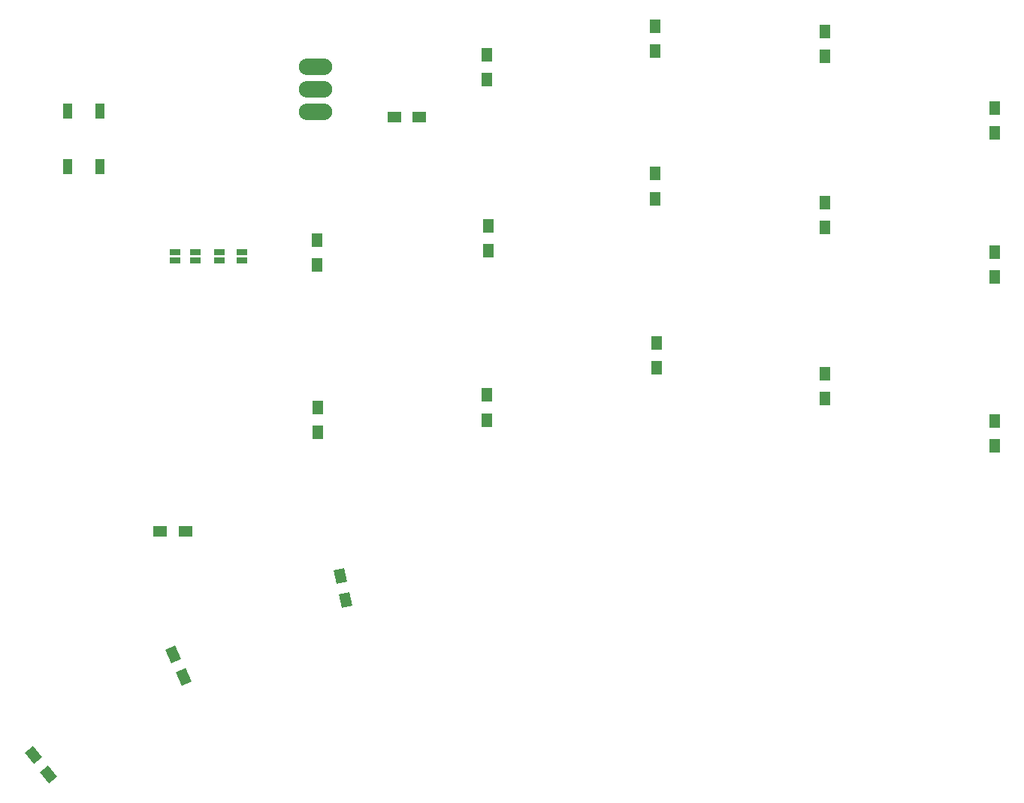
<source format=gbr>
%TF.GenerationSoftware,KiCad,Pcbnew,(5.1.7)-1*%
%TF.CreationDate,2021-07-10T14:06:06+05:30*%
%TF.ProjectId,Pteron36v0,50746572-6f6e-4333-9676-302e6b696361,rev?*%
%TF.SameCoordinates,Original*%
%TF.FileFunction,Paste,Bot*%
%TF.FilePolarity,Positive*%
%FSLAX46Y46*%
G04 Gerber Fmt 4.6, Leading zero omitted, Abs format (unit mm)*
G04 Created by KiCad (PCBNEW (5.1.7)-1) date 2021-07-10 14:06:06*
%MOMM*%
%LPD*%
G01*
G04 APERTURE LIST*
%ADD10R,1.600000X1.200000*%
%ADD11R,1.100000X1.800000*%
%ADD12O,3.759200X1.879600*%
%ADD13R,1.200000X1.600000*%
%ADD14C,0.100000*%
%ADD15R,1.270000X0.635000*%
G04 APERTURE END LIST*
D10*
%TO.C,D_RE1*%
X93435254Y-112834330D03*
X96235254Y-112834330D03*
%TD*%
D11*
%TO.C,RST2*%
X86652255Y-71611330D03*
X86652255Y-65411330D03*
X82952255Y-71611330D03*
X82952255Y-65411330D03*
%TD*%
D12*
%TO.C,PWM_PAD1*%
X110964255Y-65463330D03*
X110964255Y-62923330D03*
X110964255Y-60383330D03*
%TD*%
D13*
%TO.C,D8*%
X187427675Y-81305722D03*
X187427675Y-84105722D03*
%TD*%
%TO.C,D28*%
X111199500Y-98830970D03*
X111199500Y-101630970D03*
%TD*%
%TO.C,D27*%
X111107333Y-79977191D03*
X111107333Y-82777191D03*
%TD*%
D10*
%TO.C,D26*%
X119825855Y-66022130D03*
X122625855Y-66022130D03*
%TD*%
D13*
%TO.C,D24*%
X130211863Y-97422492D03*
X130211863Y-100222492D03*
%TD*%
%TO.C,D23*%
X130373603Y-78345570D03*
X130373603Y-81145570D03*
%TD*%
%TO.C,D22*%
X130221646Y-58990485D03*
X130221646Y-61790485D03*
%TD*%
D14*
%TO.C,D20*%
G36*
X81791542Y-140503452D02*
G01*
X80839518Y-141233966D01*
X79865500Y-139964600D01*
X80817524Y-139234086D01*
X81791542Y-140503452D01*
G37*
G36*
X80087010Y-138282062D02*
G01*
X79134986Y-139012576D01*
X78160968Y-137743210D01*
X79112992Y-137012696D01*
X80087010Y-138282062D01*
G37*
%TD*%
D13*
%TO.C,D19*%
X149396657Y-91550318D03*
X149396657Y-94350318D03*
%TD*%
%TO.C,D18*%
X149191255Y-72445330D03*
X149191255Y-75245330D03*
%TD*%
%TO.C,D17*%
X149191254Y-55808330D03*
X149191254Y-58608330D03*
%TD*%
D14*
%TO.C,D15*%
G36*
X96943799Y-129687636D02*
G01*
X95856230Y-130194778D01*
X95180041Y-128744686D01*
X96267610Y-128237544D01*
X96943799Y-129687636D01*
G37*
G36*
X95760467Y-127149974D02*
G01*
X94672898Y-127657116D01*
X93996709Y-126207024D01*
X95084278Y-125699882D01*
X95760467Y-127149974D01*
G37*
%TD*%
D13*
%TO.C,D14*%
X168320664Y-95016290D03*
X168320664Y-97816290D03*
%TD*%
%TO.C,D13*%
X168349819Y-75709728D03*
X168349819Y-78509728D03*
%TD*%
%TO.C,D12*%
X168349818Y-56367130D03*
X168349818Y-59167130D03*
%TD*%
D14*
%TO.C,D10*%
G36*
X115074198Y-121202316D02*
G01*
X113902643Y-121462044D01*
X113556340Y-119899970D01*
X114727895Y-119640242D01*
X115074198Y-121202316D01*
G37*
G36*
X114468168Y-118468688D02*
G01*
X113296613Y-118728416D01*
X112950310Y-117166342D01*
X114121865Y-116906614D01*
X114468168Y-118468688D01*
G37*
%TD*%
D13*
%TO.C,D9*%
X187427675Y-100340622D03*
X187427675Y-103140622D03*
%TD*%
%TO.C,D7*%
X187427675Y-65001302D03*
X187427675Y-67801302D03*
%TD*%
D15*
%TO.C,JP5*%
X102607654Y-82219710D03*
X102607654Y-81320550D03*
%TD*%
%TO.C,JP8*%
X95114655Y-82219711D03*
X95114655Y-81320551D03*
%TD*%
%TO.C,JP7*%
X97400655Y-82219711D03*
X97400655Y-81320551D03*
%TD*%
%TO.C,JP6*%
X100067654Y-82219711D03*
X100067654Y-81320551D03*
%TD*%
M02*

</source>
